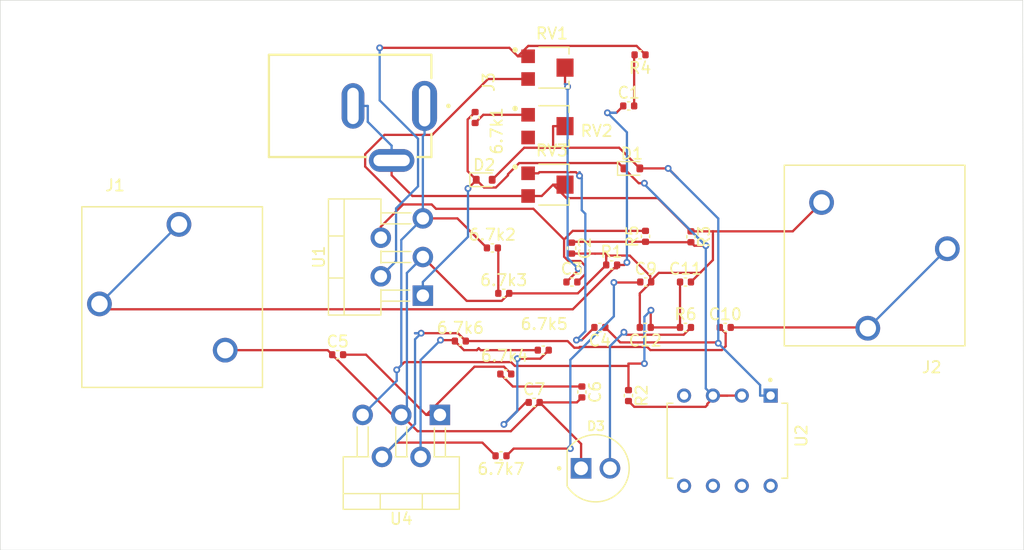
<source format=kicad_pcb>
(kicad_pcb (version 20241229) (generator "pcbnew") (generator_version "9.0")
  (layers (0 "F.Cu" signal) (2 "B.Cu" signal) (13 "F.Paste" user) (15 "B.Paste" user) (5 "F.SilkS" user "F.Silkscreen") (7 "B.SilkS" user "B.Silkscreen") (1 "F.Mask" user) (3 "B.Mask" user) (25 "Edge.Cuts" user))
  (net 0 "")
  (net 1 "Net-(6.7k1-Pad2)")
  (net 2 "Net-(D1-K)")
  (net 3 "VDD")
  (net 4 "Net-(6.7k2-Pad2)")
  (net 5 "GND")
  (net 6 "Net-(6.7k4-Pad1)")
  (net 7 "Net-(U4-+)")
  (net 8 "Net-(6.7k5-Pad2)")
  (net 9 "Net-(U4--)")
  (net 10 "Net-(6.7k6-Pad2)")
  (net 11 "Net-(6.7k7-Pad1)")
  (net 12 "Net-(C1-Pad1)")
  (net 13 "Net-(C1-Pad2)")
  (net 14 "Net-(C3-Pad1)")
  (net 15 "Net-(C3-Pad2)")
  (net 16 "Net-(C4-Pad2)")
  (net 17 "Net-(D1-A)")
  (net 18 "Net-(C10-Pad2)")
  (net 19 "Net-(D3-A)")
  (net 20 "Net-(U1--)")
  (footprint "Capacitor_SMD:C_0402_1005Metric" (layer "F.Cu") (at 194.52 91)
    (property "Reference" "C10" (at 0 -1.16 0) (layer "F.SilkS"))
    (property "Value" "1uF")
    (pad "1" smd roundrect (at -0.48 0) (size 0.56 0.62) (layers "F.Cu" "F.Mask" "F.Paste") (net 10 "Net-(6.7k6-Pad2)"))
    (pad "2" smd roundrect (at 0.48 0) (size 0.56 0.62) (layers "F.Cu" "F.Mask" "F.Paste") (net 18 "Net-(C10-Pad2)"))
  )
  (footprint "Capacitor_SMD:C_0402_1005Metric" (layer "F.Cu") (at 174.78 102.3 180)
    (property "Reference" "6.7k7" (at 0 -1.16 0) (layer "F.SilkS"))
    (property "Value" "R")
    (pad "1" smd roundrect (at -0.48 0 180) (size 0.56 0.62) (layers "F.Cu" "F.Mask" "F.Paste") (net 11 "Net-(6.7k7-Pad1)"))
    (pad "2" smd roundrect (at 0.48 0 180) (size 0.56 0.62) (layers "F.Cu" "F.Mask" "F.Paste") (net 10 "Net-(6.7k6-Pad2)"))
  )
  (footprint "Capacitor_SMD:C_0402_1005Metric" (layer "F.Cu") (at 160.4 93.4)
    (property "Reference" "C5" (at 0 -1.16 0) (layer "F.SilkS"))
    (property "Value" "C_Polarized_US")
    (pad "1" smd roundrect (at -0.48 0) (size 0.56 0.62) (layers "F.Cu" "F.Mask" "F.Paste") (net 5 "GND"))
    (pad "2" smd roundrect (at 0.48 0) (size 0.56 0.62) (layers "F.Cu" "F.Mask" "F.Paste") (net 7 "Net-(U4-+)"))
  )
  (footprint "Capacitor_SMD:C_0402_1005Metric" (layer "F.Cu") (at 191.02 91)
    (property "Reference" "R6" (at 0 -1.16 0) (layer "F.SilkS"))
    (property "Value" "R")
    (pad "1" smd roundrect (at -0.48 0) (size 0.56 0.62) (layers "F.Cu" "F.Mask" "F.Paste") (net 3 "VDD"))
    (pad "2" smd roundrect (at 0.48 0) (size 0.56 0.62) (layers "F.Cu" "F.Mask" "F.Paste") (net 19 "Net-(D3-A)"))
  )
  (footprint "Capacitor_SMD:C_0402_1005Metric" (layer "F.Cu") (at 177.7 97.6)
    (property "Reference" "C7" (at 0 -1.16 0) (layer "F.SilkS"))
    (property "Value" "1uF")
    (pad "1" smd roundrect (at -0.48 0) (size 0.56 0.62) (layers "F.Cu" "F.Mask" "F.Paste") (net 8 "Net-(6.7k5-Pad2)"))
    (pad "2" smd roundrect (at 0.48 0) (size 0.56 0.62) (layers "F.Cu" "F.Mask" "F.Paste") (net 5 "GND"))
  )
  (footprint "Capacitor_SMD:C_0402_1005Metric" (layer "F.Cu") (at 174.02 84)
    (property "Reference" "6.7k2" (at 0 -1.16 0) (layer "F.SilkS"))
    (property "Value" "R")
    (pad "1" smd roundrect (at -0.48 0) (size 0.56 0.62) (layers "F.Cu" "F.Mask" "F.Paste") (net 3 "VDD"))
    (pad "2" smd roundrect (at 0.48 0) (size 0.56 0.62) (layers "F.Cu" "F.Mask" "F.Paste") (net 4 "Net-(6.7k2-Pad2)"))
  )
  (footprint "TL072:DIP794W45P254L1060H508Q8" (layer "F.Cu") (at 194.705 100.97 -90)
    (property "Reference" "U2" (at -0.42932 -6.51912 90) (layer "F.SilkS") (effects (font (size 1.004583 1.004583))))
    (property "Value" "TL072")
    (pad "1" thru_hole rect (at -3.97 -3.81 270) (size 1.248 1.248) (drill 0.74) (layers "*.Cu" "*.Mask") (net 17 "Net-(D1-A)"))
    (pad "2" thru_hole circle (at -3.97 -1.27 270) (size 1.248 1.248) (drill 0.74) (layers "*.Cu" "*.Mask") (net 2 "Net-(D1-K)"))
    (pad "3" thru_hole circle (at -3.97 1.27 270) (size 1.248 1.248) (drill 0.74) (layers "*.Cu" "*.Mask") (net 2 "Net-(D1-K)"))
    (pad "4" thru_hole circle (at -3.97 3.81 270) (size 1.248 1.248) (drill 0.74) (layers "*.Cu" "*.Mask"))
    (pad "5" thru_hole circle (at 3.97 3.81 270) (size 1.248 1.248) (drill 0.74) (layers "*.Cu" "*.Mask"))
    (pad "6" thru_hole circle (at 3.97 1.27 270) (size 1.248 1.248) (drill 0.74) (layers "*.Cu" "*.Mask"))
    (pad "7" thru_hole circle (at 3.97 -1.27 270) (size 1.248 1.248) (drill 0.74) (layers "*.Cu" "*.Mask"))
    (pad "8" thru_hole circle (at 3.97 -3.81 270) (size 1.248 1.248) (drill 0.74) (layers "*.Cu" "*.Mask"))
  )
  (footprint "Capacitor_SMD:C_0402_1005Metric" (layer "F.Cu") (at 191.02 87)
    (property "Reference" "C11" (at 0 -1.16 0) (layer "F.SilkS"))
    (property "Value" "1uF")
    (pad "1" smd roundrect (at -0.48 0) (size 0.56 0.62) (layers "F.Cu" "F.Mask" "F.Paste") (net 3 "VDD"))
    (pad "2" smd roundrect (at 0.48 0) (size 0.56 0.62) (layers "F.Cu" "F.Mask" "F.Paste") (net 5 "GND"))
  )
  (footprint "Capacitor_SMD:C_0402_1005Metric" (layer "F.Cu") (at 191.5 83.02 -90)
    (property "Reference" "R3" (at 0 -1.16 90) (layer "F.SilkS"))
    (property "Value" "1M")
    (pad "1" smd roundrect (at -0.48 0 270) (size 0.56 0.62) (layers "F.Cu" "F.Mask" "F.Paste") (net 5 "GND"))
    (pad "2" smd roundrect (at 0.48 0 270) (size 0.56 0.62) (layers "F.Cu" "F.Mask" "F.Paste") (net 2 "Net-(D1-K)"))
  )
  (footprint "Capacitor_SMD:C_0402_1005Metric" (layer "F.Cu") (at 187.52 87)
    (property "Reference" "C9" (at 0 -1.16 0) (layer "F.SilkS"))
    (property "Value" "C_Small_US")
    (pad "1" smd roundrect (at -0.48 0) (size 0.56 0.62) (layers "F.Cu" "F.Mask" "F.Paste") (net 11 "Net-(6.7k7-Pad1)"))
    (pad "2" smd roundrect (at 0.48 0) (size 0.56 0.62) (layers "F.Cu" "F.Mask" "F.Paste") (net 5 "GND"))
  )
  (footprint "Capacitor_SMD:C_0402_1005Metric" (layer "F.Cu") (at 187.02 67 180)
    (property "Reference" "R4" (at 0 -1.16 0) (layer "F.SilkS"))
    (property "Value" "5.6k")
    (pad "1" smd roundrect (at -0.48 0 180) (size 0.56 0.62) (layers "F.Cu" "F.Mask" "F.Paste") (net 20 "Net-(U1--)"))
    (pad "2" smd roundrect (at 0.48 0 180) (size 0.56 0.62) (layers "F.Cu" "F.Mask" "F.Paste") (net 13 "Net-(C1-Pad2)"))
  )
  (footprint "DCJ200-10-A-XX-K_REVA:GCT_DCJ200-10-A-XX-K_REVA" (layer "F.Cu") (at 161.5 71.5 -90)
    (property "Reference" "J3" (at -2.1 -12.2 90) (layer "F.SilkS"))
    (property "Value" "Barrel_Jack_Switch")
    (pad "1" thru_hole oval (at 0 -6.55 270) (size 4.4 2.2) (drill oval 3.6 1) (layers "*.Cu" "*.Mask") (net 3 "VDD"))
    (pad "2" thru_hole oval (at 0 -0.25 270) (size 4 2) (drill oval 3.2 1) (layers "*.Cu" "*.Mask") (net 5 "GND"))
    (pad "3" thru_hole oval (at 4.8 -3.65 270) (size 2 4) (drill oval 1 3.2) (layers "*.Cu" "*.Mask") (net 5 "GND"))
  )
  (footprint "Capacitor_SMD:C_0402_1005Metric" (layer "F.Cu") (at 175.2 95.1)
    (property "Reference" "6.7k4" (at -0.12 -1.6 0) (layer "F.SilkS"))
    (property "Value" "R")
    (pad "1" smd roundrect (at -0.48 0) (size 0.56 0.62) (layers "F.Cu" "F.Mask" "F.Paste") (net 6 "Net-(6.7k4-Pad1)"))
    (pad "2" smd roundrect (at 0.48 0) (size 0.56 0.62) (layers "F.Cu" "F.Mask" "F.Paste") (net 7 "Net-(U4-+)"))
  )
  (footprint "Capacitor_SMD:C_0402_1005Metric" (layer "F.Cu") (at 181 84.02 -90)
    (property "Reference" "C2" (at 0 -1.16 90) (layer "F.SilkS"))
    (property "Value" "1uF")
    (pad "1" smd roundrect (at -0.48 0 270) (size 0.56 0.62) (layers "F.Cu" "F.Mask" "F.Paste") (net 2 "Net-(D1-K)"))
    (pad "2" smd roundrect (at 0.48 0 270) (size 0.56 0.62) (layers "F.Cu" "F.Mask" "F.Paste") (net 5 "GND"))
  )
  (footprint "Capacitor_SMD:C_0402_1005Metric" (layer "F.Cu") (at 186.02 71.5)
    (property "Reference" "C1" (at 0 -1.16 0) (layer "F.SilkS"))
    (property "Value" "47n")
    (pad "1" smd roundrect (at -0.48 0) (size 0.56 0.62) (layers "F.Cu" "F.Mask" "F.Paste") (net 12 "Net-(C1-Pad1)"))
    (pad "2" smd roundrect (at 0.48 0) (size 0.56 0.62) (layers "F.Cu" "F.Mask" "F.Paste") (net 13 "Net-(C1-Pad2)"))
  )
  (footprint "Capacitor_SMD:C_0402_1005Metric" (layer "F.Cu") (at 186 97 -90)
    (property "Reference" "R2" (at 0 -1.16 90) (layer "F.SilkS"))
    (property "Value" "1M")
    (pad "1" smd roundrect (at -0.48 0 270) (size 0.56 0.62) (layers "F.Cu" "F.Mask" "F.Paste") (net 3 "VDD"))
    (pad "2" smd roundrect (at 0.48 0 270) (size 0.56 0.62) (layers "F.Cu" "F.Mask" "F.Paste") (net 2 "Net-(D1-K)"))
  )
  (footprint "Capacitor_SMD:C_0402_1005Metric" (layer "F.Cu") (at 175.02 88)
    (property "Reference" "6.7k3" (at 0 -1.16 0) (layer "F.SilkS"))
    (property "Value" "R")
    (pad "1" smd roundrect (at -0.48 0) (size 0.56 0.62) (layers "F.Cu" "F.Mask" "F.Paste") (net 4 "Net-(6.7k2-Pad2)"))
    (pad "2" smd roundrect (at 0.48 0) (size 0.56 0.62) (layers "F.Cu" "F.Mask" "F.Paste") (net 5 "GND"))
  )
  (footprint "TC33X-2-103E:TRIM_TC33X-2-103E" (layer "F.Cu") (at 178.9657 78.43)
    (property "Reference" "RV3" (at 0.294315 -3.008465 0) (layer "F.SilkS") (effects (font (size 1.000165 1.000165))))
    (property "Value" "R_Potentiometer")
    (pad "1" smd rect (at -1.8 -1) (size 1.2 1.2) (layers "F.Cu" "F.Mask" "F.Paste") (net 16 "Net-(C4-Pad2)"))
    (pad "2" smd rect (at 1.45 0) (size 1.5 1.6) (layers "F.Cu" "F.Mask" "F.Paste") (net 5 "GND"))
    (pad "3" smd rect (at -1.8 1) (size 1.2 1.2) (layers "F.Cu" "F.Mask" "F.Paste") (net 5 "GND"))
  )
  (footprint "Capacitor_SMD:C_0402_1005Metric" (layer "F.Cu") (at 184.52 85.5)
    (property "Reference" "R1" (at 0 -1.16 0) (layer "F.SilkS"))
    (property "Value" "1M")
    (pad "1" smd roundrect (at -0.48 0) (size 0.56 0.62) (layers "F.Cu" "F.Mask" "F.Paste") (net 5 "GND"))
    (pad "2" smd roundrect (at 0.48 0) (size 0.56 0.62) (layers "F.Cu" "F.Mask" "F.Paste") (net 12 "Net-(C1-Pad1)"))
  )
  (footprint "Package_TO_SOT_THT:TO-220-5_P3.4x3.7mm_StaggerOdd_Lead3.8mm_Vertical" (layer "F.Cu") (at 169.4 98.7 180)
    (property "Reference" "U4" (at 3.4 -9.15 0) (layer "F.SilkS"))
    (property "Value" "LM1875")
    (pad "1" thru_hole rect (at 0 0 180) (size 1.8 1.8) (drill 1.1) (layers "*.Cu" "*.Mask") (net 7 "Net-(U4-+)"))
    (pad "2" thru_hole circle (at 1.7 -3.7 180) (size 1.8 1.8) (drill 1.1) (layers "*.Cu" "*.Mask") (net 9 "Net-(U4--)"))
    (pad "3" thru_hole circle (at 3.4 0 180) (size 1.8 1.8) (drill 1.1) (layers "*.Cu" "*.Mask") (net 5 "GND"))
    (pad "4" thru_hole circle (at 5.1 -3.7 180) (size 1.8 1.8) (drill 1.1) (layers "*.Cu" "*.Mask") (net 10 "Net-(6.7k6-Pad2)"))
    (pad "5" thru_hole circle (at 6.8 0 180) (size 1.8 1.8) (drill 1.1) (layers "*.Cu" "*.Mask") (net 3 "VDD"))
  )
  (footprint "Capacitor_SMD:C_0402_1005Metric" (layer "F.Cu") (at 181.02 87)
    (property "Reference" "C3" (at 0 -1.16 0) (layer "F.SilkS"))
    (property "Value" "47nF")
    (pad "1" smd roundrect (at -0.48 0) (size 0.56 0.62) (layers "F.Cu" "F.Mask" "F.Paste") (net 14 "Net-(C3-Pad1)"))
    (pad "2" smd roundrect (at 0.48 0) (size 0.56 0.62) (layers "F.Cu" "F.Mask" "F.Paste") (net 15 "Net-(C3-Pad2)"))
  )
  (footprint "Capacitor_SMD:C_0402_1005Metric" (layer "F.Cu") (at 187.48 91 180)
    (property "Reference" "C12" (at 0 -1.16 0) (layer "F.SilkS"))
    (property "Value" "1uF")
    (pad "1" smd roundrect (at -0.48 0 180) (size 0.56 0.62) (layers "F.Cu" "F.Mask" "F.Paste") (net 3 "VDD"))
    (pad "2" smd roundrect (at 0.48 0 180) (size 0.56 0.62) (layers "F.Cu" "F.Mask" "F.Paste") (net 5 "GND"))
  )
  (footprint "L08R5000Q1:LEDRD254W57D500H1070" (layer "F.Cu") (at 183.1 103.4)
    (property "Reference" "D3" (at 0.04 -3.708 0) (layer "F.SilkS") (effects (font (size 0.8 0.8))))
    (property "Value" "LED")
    (pad "1" thru_hole rect (at -1.27 0) (size 1.815 1.815) (drill 1.21) (layers "*.Cu" "*.Mask") (net 5 "GND"))
    (pad "2" thru_hole circle (at 1.27 0) (size 1.815 1.815) (drill 1.21) (layers "*.Cu" "*.Mask") (net 19 "Net-(D3-A)"))
  )
  (footprint "Capacitor_SMD:C_0402_1005Metric" (layer "F.Cu") (at 171.2 92.2)
    (property "Reference" "6.7k6" (at 0 -1.16 0) (layer "F.SilkS"))
    (property "Value" "R")
    (pad "1" smd roundrect (at -0.48 0) (size 0.56 0.62) (layers "F.Cu" "F.Mask" "F.Paste") (net 9 "Net-(U4--)"))
    (pad "2" smd roundrect (at 0.48 0) (size 0.56 0.62) (layers "F.Cu" "F.Mask" "F.Paste") (net 10 "Net-(6.7k6-Pad2)"))
  )
  (footprint "Package_TO_SOT_THT:TO-220-5_P3.4x3.7mm_StaggerOdd_Lead3.8mm_Vertical" (layer "F.Cu") (at 167.9 88.2 90)
    (property "Reference" "U1" (at 3.4 -9.15 90) (layer "F.SilkS"))
    (property "Value" "TDA2030")
    (pad "1" thru_hole rect (at 0 0 90) (size 1.8 1.8) (drill 1.1) (layers "*.Cu" "*.Mask") (net 2 "Net-(D1-K)"))
    (pad "2" thru_hole circle (at 1.7 -3.7 90) (size 1.8 1.8) (drill 1.1) (layers "*.Cu" "*.Mask") (net 20 "Net-(U1--)"))
    (pad "3" thru_hole circle (at 3.4 0 90) (size 1.8 1.8) (drill 1.1) (layers "*.Cu" "*.Mask") (net 5 "GND"))
    (pad "4" thru_hole circle (at 5.1 -3.7 90) (size 1.8 1.8) (drill 1.1) (layers "*.Cu" "*.Mask") (net 15 "Net-(C3-Pad2)"))
    (pad "5" thru_hole circle (at 6.8 0 90) (size 1.8 1.8) (drill 1.1) (layers "*.Cu" "*.Mask") (net 3 "VDD"))
  )
  (footprint "Capacitor_SMD:C_0402_1005Metric" (layer "F.Cu") (at 183.48 91 180)
    (property "Reference" "C4" (at 0 -1.16 0) (layer "F.SilkS"))
    (property "Value" "1uF")
    (pad "1" smd roundrect (at -0.48 0 180) (size 0.56 0.62) (layers "F.Cu" "F.Mask" "F.Paste") (net 17 "Net-(D1-A)"))
    (pad "2" smd roundrect (at 0.48 0 180) (size 0.56 0.62) (layers "F.Cu" "F.Mask" "F.Paste") (net 16 "Net-(C4-Pad2)"))
  )
  (footprint "RJ3VM:REAN_RJ3VM" (layer "F.Cu") (at 145.83 88.33)
    (property "Reference" "J1" (at -5.025 -9.835 0) (layer "F.SilkS"))
    (property "Value" "AudioJack3")
    (pad "R" thru_hole circle (at 0.6 -6.4) (size 2.175 2.175) (drill 1.45) (layers "*.Cu" "*.Mask") (net 12 "Net-(C1-Pad1)"))
    (pad "S" thru_hole circle (at 4.67 4.67) (size 2.175 2.175) (drill 1.45) (layers "*.Cu" "*.Mask") (net 5 "GND"))
    (pad "T" thru_hole circle (at -6.4 0.6) (size 2.175 2.175) (drill 1.45) (layers "*.Cu" "*.Mask") (net 12 "Net-(C1-Pad1)"))
  )
  (footprint "Diode_SMD:D_SOD-523" (layer "F.Cu") (at 173.3 78)
    (property "Reference" "D2" (at 0 -1.3 0) (layer "F.SilkS"))
    (property "Value" "1N4148WT")
    (pad "1" smd roundrect (at -0.7 0 180) (size 0.6 0.7) (layers "F.Cu" "F.Mask" "F.Paste") (net 2 "Net-(D1-K)"))
    (pad "2" smd roundrect (at 0.7 0 180) (size 0.6 0.7) (layers "F.Cu" "F.Mask" "F.Paste") (net 17 "Net-(D1-A)"))
  )
  (footprint "Capacitor_SMD:C_0402_1005Metric" (layer "F.Cu") (at 178.5 93)
    (property "Reference" "6.7k5" (at 0.08 -2.3 0) (layer "F.SilkS"))
    (property "Value" "R")
    (pad "1" smd roundrect (at -0.48 0) (size 0.56 0.62) (layers "F.Cu" "F.Mask" "F.Paste") (net 9 "Net-(U4--)"))
    (pad "2" smd roundrect (at 0.48 0) (size 0.56 0.62) (layers "F.Cu" "F.Mask" "F.Paste") (net 8 "Net-(6.7k5-Pad2)"))
  )
  (footprint "Capacitor_SMD:C_0402_1005Metric" (layer "F.Cu") (at 181.9 96.68 -90)
    (property "Reference" "C6" (at 0 -1.16 90) (layer "F.SilkS"))
    (property "Value" "1uF")
    (pad "1" smd roundrect (at -0.48 0 270) (size 0.56 0.62) (layers "F.Cu" "F.Mask" "F.Paste") (net 6 "Net-(6.7k4-Pad1)"))
    (pad "2" smd roundrect (at 0.48 0 270) (size 0.56 0.62) (layers "F.Cu" "F.Mask" "F.Paste") (net 5 "GND"))
  )
  (footprint "Capacitor_SMD:C_0402_1005Metric" (layer "F.Cu") (at 172.5 72.52 -90)
    (property "Reference" "6.7k1" (at 1.18 -1.9 90) (layer "F.SilkS"))
    (property "Value" "R")
    (pad "1" smd roundrect (at -0.48 0 270) (size 0.56 0.62) (layers "F.Cu" "F.Mask" "F.Paste") (net 2 "Net-(D1-K)"))
    (pad "2" smd roundrect (at 0.48 0 270) (size 0.56 0.62) (layers "F.Cu" "F.Mask" "F.Paste") (net 1 "Net-(6.7k1-Pad2)"))
  )
  (footprint "Diode_SMD:D_SOD-523" (layer "F.Cu") (at 186.3 77)
    (property "Reference" "D1" (at 0 -1.3 0) (layer "F.SilkS"))
    (property "Value" "1N4148WT")
    (pad "1" smd roundrect (at -0.7 0 180) (size 0.6 0.7) (layers "F.Cu" "F.Mask" "F.Paste") (net 2 "Net-(D1-K)"))
    (pad "2" smd roundrect (at 0.7 0 180) (size 0.6 0.7) (layers "F.Cu" "F.Mask" "F.Paste") (net 17 "Net-(D1-A)"))
  )
  (footprint "TC33X-2-103E:TRIM_TC33X-2-103E" (layer "F.Cu") (at 178.9657 68.13)
    (property "Reference" "RV1" (at 0.294315 -3.008465 0) (layer "F.SilkS") (effects (font (size 1.000165 1.000165))))
    (property "Value" "50k")
    (pad "1" smd rect (at -1.8 -1) (size 1.2 1.2) (layers "F.Cu" "F.Mask" "F.Paste") (net 20 "Net-(U1--)"))
    (pad "2" smd rect (at 1.45 0) (size 1.5 1.6) (layers "F.Cu" "F.Mask" "F.Paste") (net 14 "Net-(C3-Pad1)"))
    (pad "3" smd rect (at -1.8 1) (size 1.2 1.2) (layers "F.Cu" "F.Mask" "F.Paste") (net 15 "Net-(C3-Pad2)"))
  )
  (footprint "RJ3VM:REAN_RJ3VM" (layer "F.Cu") (at 207.67 84.67 180)
    (property "Reference" "J2" (at -5.025 -9.835 0) (layer "F.SilkS"))
    (property "Value" "AudioJack3")
    (pad "R" thru_hole circle (at 0.6 -6.4 180) (size 2.175 2.175) (drill 1.45) (layers "*.Cu" "*.Mask") (net 18 "Net-(C10-Pad2)"))
    (pad "S" thru_hole circle (at 4.67 4.67 180) (size 2.175 2.175) (drill 1.45) (layers "*.Cu" "*.Mask") (net 5 "GND"))
    (pad "T" thru_hole circle (at -6.4 0.6 180) (size 2.175 2.175) (drill 1.45) (layers "*.Cu" "*.Mask") (net 18 "Net-(C10-Pad2)"))
  )
  (footprint "Capacitor_SMD:C_0402_1005Metric" (layer "F.Cu") (at 187.5 82.98 90)
    (property "Reference" "R5" (at 0 -1.16 90) (layer "F.SilkS"))
    (property "Value" "1k")
    (pad "1" smd roundrect (at -0.48 0 90) (size 0.56 0.62) (layers "F.Cu" "F.Mask" "F.Paste") (net 2 "Net-(D1-K)"))
    (pad "2" smd roundrect (at 0.48 0 90) (size 0.56 0.62) (layers "F.Cu" "F.Mask" "F.Paste") (net 15 "Net-(C3-Pad2)"))
  )
  (footprint "TC33X-2-103E:TRIM_TC33X-2-103E" (layer "F.Cu") (at 178.9657 73.28)
    (property "Reference" "RV2" (at 4.2343 0.42 0) (layer "F.SilkS") (effects (font (size 1.000165 1.000165))))
    (property "Value" "10k")
    (pad "1" smd rect (at -1.8 -1) (size 1.2 1.2) (layers "F.Cu" "F.Mask" "F.Paste") (net 1 "Net-(6.7k1-Pad2)"))
    (pad "2" smd rect (at 1.45 0) (size 1.5 1.6) (layers "F.Cu" "F.Mask" "F.Paste") (net 17 "Net-(D1-A)"))
    (pad "3" smd rect (at -1.8 1) (size 1.2 1.2) (layers "F.Cu" "F.Mask" "F.Paste"))
  )
  (gr_line (start 220.7 62.2) (end 130.7 62.2) (stroke (width 0.05)) (layer "Edge.Cuts"))
  (gr_line (start 130.7 62.2) (end 130.7 110.6) (stroke (width 0.05)) (layer "Edge.Cuts"))
  (gr_line (start 130.7 110.6) (end 220.8 110.6) (stroke (width 0.05)) (layer "Edge.Cuts"))
  (gr_line (start 220.8 110.6) (end 220.7 62.2) (stroke (width 0.05)) (layer "Edge.Cuts"))
  (segment (start 172.5 73) (end 173.22 72.28) (width 0.2) (layer "F.Cu") (net 1))
  (segment (start 173.22 72.28) (end 177.1657 72.28) (width 0.2) (layer "F.Cu") (net 1))
  (segment (start 176.3738 76.5283) (end 175.3947 77.5074) (width 0.2) (layer "F.Cu") (net 2))
  (segment (start 185.1283 76.5283) (end 176.3738 76.5283) (width 0.2) (layer "F.Cu") (net 2))
  (segment (start 191.5 83.5) (end 187.54 83.5) (width 0.2) (layer "F.Cu") (net 2))
  (segment (start 181.08 83.46) (end 181 83.54) (width 0.2) (layer "F.Cu") (net 2))
  (segment (start 186.9013 78.3013) (end 185.6 77) (width 0.2) (layer "F.Cu") (net 2))
  (segment (start 193.668 97) (end 192.944 97.724) (width 0.2) (layer "F.Cu") (net 2))
  (segment (start 172.5 72.04) (end 171.8431 72.6969) (width 0.2) (layer "F.Cu") (net 2))
  (segment (start 192.8084 83.8049) (end 191.8049 83.8049) (width 0.2) (layer "F.Cu") (net 2))
  (segment (start 171.8431 72.6969) (end 171.8431 77.2431) (width 0.2) (layer "F.Cu") (net 2))
  (segment (start 195.975 97) (end 194.705 97) (width 0.2) (layer "F.Cu") (net 2))
  (segment (start 172.6211 78.021) (end 172.6 78) (width 0.2) (layer "F.Cu") (net 2))
  (segment (start 173.2821 78.6821) (end 172.6211 78.021) (width 0.2) (layer "F.Cu") (net 2))
  (segment (start 192.7795 97.9886) (end 186.5086 97.9886) (width 0.2) (layer "F.Cu") (net 2))
  (segment (start 194.705 97) (end 193.668 97) (width 0.2) (layer "F.Cu") (net 2))
  (segment (start 171.8738 78.7683) (end 172.6211 78.021) (width 0.2) (layer "F.Cu") (net 2))
  (segment (start 194.705 97) (end 193.435 97) (width 0.2) (layer "F.Cu") (net 2))
  (segment (start 186.5086 97.9886) (end 186 97.48) (width 0.2) (layer "F.Cu") (net 2))
  (segment (start 187.5 83.46) (end 181.08 83.46) (width 0.2) (layer "F.Cu") (net 2))
  (segment (start 185.6 77) (end 185.1283 76.5283) (width 0.2) (layer "F.Cu") (net 2))
  (segment (start 187.54 83.5) (end 187.5 83.46) (width 0.2) (layer "F.Cu") (net 2))
  (segment (start 192.944 97.8241) (end 192.7795 97.9886) (width 0.2) (layer "F.Cu") (net 2))
  (segment (start 192.944 97.724) (end 192.944 97.8241) (width 0.2) (layer "F.Cu") (net 2))
  (segment (start 171.8431 77.2431) (end 172.6 78) (width 0.2) (layer "F.Cu") (net 2))
  (segment (start 191.8049 83.8049) (end 191.5 83.5) (width 0.2) (layer "F.Cu") (net 2))
  (segment (start 174.3239 78.6821) (end 173.2821 78.6821) (width 0.2) (layer "F.Cu") (net 2))
  (segment (start 187.4035 78.3013) (end 186.9013 78.3013) (width 0.2) (layer "F.Cu") (net 2))
  (segment (start 175.3947 77.6113) (end 174.3239 78.6821) (width 0.2) (layer "F.Cu") (net 2))
  (segment (start 175.3947 77.5074) (end 175.3947 77.6113) (width 0.2) (layer "F.Cu") (net 2))
  (via (at 187.4035 78.3013) (size 0.6) (drill 0.3) (layers "F.Cu" "B.Cu") (net 2))
  (via (at 171.8738 78.7683) (size 0.6) (drill 0.3) (layers "F.Cu" "B.Cu") (net 2))
  (via (at 192.8084 83.8049) (size 0.6) (drill 0.3) (layers "F.Cu" "B.Cu") (net 2))
  (segment (start 193.435 97) (end 192.8084 96.3734) (width 0.2) (layer "B.Cu") (net 2))
  (segment (start 187.4035 78.4) (end 187.4035 78.3013) (width 0.2) (layer "B.Cu") (net 2))
  (segment (start 171.8738 83.0245) (end 171.8738 78.7683) (width 0.2) (layer "B.Cu") (net 2))
  (segment (start 192.8084 96.3734) (end 192.8084 83.8049) (width 0.2) (layer "B.Cu") (net 2))
  (segment (start 192.8084 83.8049) (end 187.4035 78.4) (width 0.2) (layer "B.Cu") (net 2))
  (segment (start 167.9 86.9983) (end 171.8738 83.0245) (width 0.2) (layer "B.Cu") (net 2))
  (segment (start 167.9 88.2) (end 167.9 86.9983) (width 0.2) (layer "B.Cu") (net 2))
  (segment (start 186 94.3879) (end 186 94.1819) (width 0.2) (layer "F.Cu") (net 3))
  (segment (start 190.54 91) (end 187.96 91) (width 0.2) (layer "F.Cu") (net 3))
  (segment (start 186 96.52) (end 186 94.4566) (width 0.2) (layer "F.Cu") (net 3))
  (segment (start 186 94.4566) (end 186 94.3879) (width 0.2) (layer "F.Cu") (net 3))
  (segment (start 187.98 89.4875) (end 187.96 89.5075) (width 0.2) (layer "F.Cu") (net 3))
  (segment (start 190.54 87) (end 190.54 91) (width 0.2) (layer "F.Cu") (net 3))
  (segment (start 165.5998 94.7314) (end 166.2763 94.0549) (width 0.2) (layer "F.Cu") (net 3))
  (segment (start 187.96 89.5075) (end 187.96 91) (width 0.2) (layer "F.Cu") (net 3))
  (segment (start 175.6673 94.0549) (end 176.0003 94.3879) (width 0.2) (layer "F.Cu") (net 3))
  (segment (start 167.9 81.4) (end 170.94 81.4) (width 0.2) (layer "F.Cu") (net 3))
  (segment (start 176.0003 94.3879) (end 186 94.3879) (width 0.2) (layer "F.Cu") (net 3))
  (segment (start 166.2763 94.0549) (end 175.6673 94.0549) (width 0.2) (layer "F.Cu") (net 3))
  (segment (start 186 94.1819) (end 187.4035 94.1819) (width 0.2) (layer "F.Cu") (net 3))
  (segment (start 170.94 81.4) (end 173.54 84) (width 0.2) (layer "F.Cu") (net 3))
  (via (at 165.5998 94.7314) (size 0.6) (drill 0.3) (layers "F.Cu" "B.Cu") (net 3))
  (via (at 187.4035 94.1819) (size 0.6) (drill 0.3) (layers "F.Cu" "B.Cu") (net 3))
  (via (at 187.98 89.4875) (size 0.6) (drill 0.3) (layers "F.Cu" "B.Cu") (net 3))
  (segment (start 187.4035 94.1819) (end 187.4035 90.064) (width 0.2) (layer "B.Cu") (net 3))
  (segment (start 165.5998 94.7314) (end 166.0014 94.3298) (width 0.2) (layer "B.Cu") (net 3))
  (segment (start 165.5998 95.7002) (end 165.5998 94.7314) (width 0.2) (layer "B.Cu") (net 3))
  (segment (start 168.05 71.5) (end 168.05 74.0017) (width 0.2) (layer "B.Cu") (net 3))
  (segment (start 167.9 81.4) (end 167.9 74.1517) (width 0.2) (layer "B.Cu") (net 3))
  (segment (start 167.9 74.1517) (end 168.05 74.0017) (width 0.2) (layer "B.Cu") (net 3))
  (segment (start 187.4035 90.064) (end 187.98 89.4875) (width 0.2) (layer "B.Cu") (net 3))
  (segment (start 166.0014 83.2986) (end 167.9 81.4) (width 0.2) (layer "B.Cu") (net 3))
  (segment (start 166.0014 94.3298) (end 166.0014 83.2986) (width 0.2) (layer "B.Cu") (net 3))
  (segment (start 162.6 98.7) (end 165.5998 95.7002) (width 0.2) (layer "B.Cu") (net 3))
  (segment (start 174.54 88) (end 174.54 84.04) (width 0.2) (layer "F.Cu") (net 4))
  (segment (start 174.54 84.04) (end 174.5 84) (width 0.2) (layer "F.Cu") (net 4))
  (segment (start 192.3043 86.1957) (end 188.6646 86.1957) (width 0.2) (layer "F.Cu") (net 5))
  (segment (start 188.5747 79.6147) (end 191.5 82.54) (width 0.2) (layer "F.Cu") (net 5))
  (segment (start 188.6646 86.1957) (end 187.9226 86.9377) (width 0.2) (layer "F.Cu") (net 5))
  (segment (start 167.9 84.8) (end 171.7631 88.6631) (width 0.2) (layer "F.Cu") (net 5))
  (segment (start 184.04 84.8337) (end 184.04 84.875) (width 0.2) (layer "F.Cu") (net 5))
  (segment (start 179.364 78.43) (end 178.364 79.43) (width 0.2) (layer "F.Cu") (net 5))
  (segment (start 187.9226 87.0361) (end 187.9226 87) (width 0.2) (layer "F.Cu") (net 5))
  (segment (start 186.1133 84.6726) (end 184.04 84.6726) (width 0.2) (layer "F.Cu") (net 5))
  (segment (start 187.9226 86.9377) (end 187.9226 86.4819) (width 0.2) (layer "F.Cu") (net 5))
  (segment (start 184.04 84.5) (end 184.04 84.6726) (width 0.2) (layer "F.Cu") (net 5))
  (segment (start 200.46 82.54) (end 203 80) (width 0.2) (layer "F.Cu") (net 5))
  (segment (start 175.6453 100.1347) (end 178.18 97.6) (width 0.2) (layer "F.Cu") (net 5))
  (segment (start 184.04 84.875) (end 184.04 85.5) (width 0.2) (layer "F.Cu") (net 5))
  (segment (start 181.83 103.4) (end 181.83 101.25) (width 0.2) (layer "F.Cu") (net 5))
  (segment (start 187 88.1461) (end 187 88) (width 0.2) (layer "F.Cu") (net 5))
  (segment (start 193.4347 82.54) (end 200.46 82.54) (width 0.2) (layer "F.Cu") (net 5))
  (segment (start 180.4157 78.43) (end 179.364 78.43) (width 0.2) (layer "F.Cu") (net 5))
  (segment (start 171.7631 88.6631) (end 174.8369 88.6631) (width 0.2) (layer "F.Cu") (net 5))
  (segment (start 178.364 79.43) (end 177.1657 79.43) (width 0.2) (layer "F.Cu") (net 5))
  (segment (start 193.4347 82.54) (end 193.4347 85.0653) (width 0.2) (layer "F.Cu") (net 5))
  (segment (start 187 88) (end 187.9226 87.0774) (width 0.2) (layer "F.Cu") (net 5))
  (segment (start 187.9226 86.4819) (end 186.1133 84.6726) (width 0.2) (layer "F.Cu") (net 5))
  (segment (start 166.9783 79.43) (end 165.15 77.6017) (width 0.2) (layer "F.Cu") (net 5))
  (segment (start 181.83 101.25) (end 178.18 97.6) (width 0.2) (layer "F.Cu") (net 5))
  (segment (start 159.52 93) (end 159.92 93.4) (width 0.2) (layer "F.Cu") (net 5))
  (segment (start 174.8369 88.6631) (end 175.5 88) (width 0.2) (layer "F.Cu") (net 5))
  (segment (start 187 88.1874) (end 187 88.1461) (width 0.2) (layer "F.Cu") (net 5))
  (segment (start 184.04 84.5) (end 183.0813 84.5) (width 0.2) (layer "F.Cu") (net 5))
  (segment (start 178.18 97.6) (end 181.46 97.6) (width 0.2) (layer "F.Cu") (net 5))
  (segment (start 192.3043 86.1957) (end 191.5 87) (width 0.2) (layer "F.Cu") (net 5))
  (segment (start 187 91) (end 187 88.1874) (width 0.2) (layer "F.Cu") (net 5))
  (segment (start 165.22 98.7) (end 159.92 93.4) (width 0.2) (layer "F.Cu") (net 5))
  (segment (start 183.0813 84.5) (end 183.04 84.5) (width 0.2) (layer "F.Cu") (net 5))
  (segment (start 191.5 82.54) (end 193.4347 82.54) (width 0.2) (layer "F.Cu") (net 5))
  (segment (start 165.15 76.3) (end 165.15 77.6017) (width 0.2) (layer "F.Cu") (net 5))
  (segment (start 166 98.7) (end 165.22 98.7) (width 0.2) (layer "F.Cu") (net 5))
  (segment (start 167.4347 100.1347) (end 175.6453 100.1347) (width 0.2) (layer "F.Cu") (net 5))
  (segment (start 187.9226 87.0774) (end 187.9226 87.0361) (width 0.2) (layer "F.Cu") (net 5))
  (segment (start 175.5 88) (end 181.54 88) (width 0.2) (layer "F.Cu") (net 5))
  (segment (start 166 98.7) (end 167.4347 100.1347) (width 0.2) (layer "F.Cu") (net 5))
  (segment (start 187.9226 87) (end 188 87) (width 0.2) (layer "F.Cu") (net 5))
  (segment (start 184.04 84.6726) (end 184.04 84.8337) (width 0.2) (layer "F.Cu") (net 5))
  (segment (start 181 84.5) (end 183.04 84.5) (width 0.2) (layer "F.Cu") (net 5))
  (segment (start 181.54 88) (end 184.04 85.5) (width 0.2) (layer "F.Cu") (net 5))
  (segment (start 193.4347 85.0653) (end 192.3043 86.1957) (width 0.2) (layer "F.Cu") (net 5))
  (segment (start 180.5487 79.6147) (end 188.5747 79.6147) (width 0.2) (layer "F.Cu") (net 5))
  (segment (start 150.5 93) (end 159.52 93) (width 0.2) (layer "F.Cu") (net 5))
  (segment (start 187.9226 87) (end 187.9226 86.9377) (width 0.2) (layer "F.Cu") (net 5))
  (segment (start 181.46 97.6) (end 181.9 97.16) (width 0.2) (layer "F.Cu") (net 5))
  (segment (start 177.1657 79.43) (end 166.9783 79.43) (width 0.2) (layer "F.Cu") (net 5))
  (segment (start 179.364 78.43) (end 180.5487 79.6147) (width 0.2) (layer "F.Cu") (net 5))
  (segment (start 161.75 71.5) (end 163.0517 71.5) (width 0.2) (layer "B.Cu") (net 5))
  (segment (start 165.15 76.3) (end 165.15 74.9983) (width 0.2) (layer "B.Cu") (net 5))
  (segment (start 166.4948 86.2052) (end 167.9 84.8) (width 0.2) (layer "B.Cu") (net 5))
  (segment (start 165.15 74.9983) (end 163.0517 72.9) (width 0.2) (layer "B.Cu") (net 5))
  (segment (start 166 98.7) (end 166.4948 98.2052) (width 0.2) (layer "B.Cu") (net 5))
  (segment (start 166.4948 98.2052) (end 166.4948 86.2052) (width 0.2) (layer "B.Cu") (net 5))
  (segment (start 163.0517 72.9) (end 163.0517 71.5) (width 0.2) (layer "B.Cu") (net 5))
  (segment (start 175.82 96.2) (end 174.72 95.1) (width 0.2) (layer "F.Cu") (net 6))
  (segment (start 181.9 96.2) (end 175.82 96.2) (width 0.2) (layer "F.Cu") (net 6))
  (segment (start 175.68 95.1) (end 175.0366 94.4566) (width 0.2) (layer "F.Cu") (net 7))
  (segment (start 169.4 98.7) (end 168.1983 98.7) (width 0.2) (layer "F.Cu") (net 7))
  (segment (start 168.1983 98.7) (end 162.8983 93.4) (width 0.2) (layer "F.Cu") (net 7))
  (segment (start 172.4417 94.4566) (end 168.1983 98.7) (width 0.2) (layer "F.Cu") (net 7))
  (segment (start 175.0366 94.4566) (end 172.4417 94.4566) (width 0.2) (layer "F.Cu") (net 7))
  (segment (start 162.8983 93.4) (end 160.88 93.4) (width 0.2) (layer "F.Cu") (net 7))
  (segment (start 176.2139 93.7507) (end 178.2293 93.7507) (width 0.2) (layer "F.Cu") (net 8))
  (segment (start 176.9697 97.6) (end 175.0367 99.533) (width 0.2) (layer "F.Cu") (net 8))
  (segment (start 177.22 97.6) (end 176.9697 97.6) (width 0.2) (layer "F.Cu") (net 8))
  (segment (start 178.2293 93.7507) (end 178.98 93) (width 0.2) (layer "F.Cu") (net 8))
  (segment (start 175.0367 99.533) (end 176.2139 98.3558) (width 0.2) (layer "F.Cu") (net 8))
  (segment (start 176.2139 98.3558) (end 175.0367 99.533) (width 0.2) (layer "F.Cu") (net 8))
  (via (at 175.0367 99.533) (size 0.6) (drill 0.3) (layers "F.Cu" "B.Cu") (net 8))
  (via (at 176.2139 93.7507) (size 0.6) (drill 0.3) (layers "F.Cu" "B.Cu") (net 8))
  (segment (start 175.0367 99.533) (end 176.2139 98.3558) (width 0.2) (layer "B.Cu") (net 8))
  (segment (start 175.0367 99.533) (end 176.2139 98.3558) (width 0.2) (layer "B.Cu") (net 8))
  (segment (start 176.2139 98.3558) (end 175.0367 99.533) (width 0.2) (layer "B.Cu") (net 8))
  (segment (start 176.2139 98.3558) (end 176.2139 93.7507) (width 0.2) (layer "B.Cu") (net 8))
  (segment (start 170.6371 92.1171) (end 170.72 92.2) (width 0.2) (layer "F.Cu") (net 9))
  (segment (start 171.5185 92.9985) (end 170.72 92.2) (width 0.2) (layer "F.Cu") (net 9))
  (segment (start 172.6548 92.9985) (end 171.5185 92.9985) (width 0.2) (layer "F.Cu") (net 9))
  (segment (start 172.8196 92.8337) (end 172.6548 92.9985) (width 0.2) (layer "F.Cu") (net 9))
  (segment (start 178.02 93) (end 172.9859 93) (width 0.2) (layer "F.Cu") (net 9))
  (segment (start 172.9859 93) (end 172.8196 92.8337) (width 0.2) (layer "F.Cu") (net 9))
  (segment (start 172.8196 92.8337) (end 172.6548 92.9985) (width 0.2) (layer "F.Cu") (net 9))
  (segment (start 169.4543 92.1171) (end 170.6371 92.1171) (width 0.2) (layer "F.Cu") (net 9))
  (via (at 169.4543 92.1171) (size 0.6) (drill 0.3) (layers "F.Cu" "B.Cu") (net 9))
  (segment (start 167.7 93.8714) (end 169.4543 92.1171) (width 0.2) (layer "B.Cu") (net 9))
  (segment (start 167.7 102.4) (end 167.7 93.8714) (width 0.2) (layer "B.Cu") (net 9))
  (segment (start 194.5576 91.5176) (end 194.5576 92.6547) (width 0.2) (layer "F.Cu") (net 10))
  (segment (start 181.2321 92.7868) (end 180.6453 92.2) (width 0.2) (layer "F.Cu") (net 10))
  (segment (start 167.7499 91.5061) (end 167.2121 91.5061) (width 0.2) (layer "F.Cu") (net 10))
  (segment (start 173.1387 101.1387) (end 174.3 102.3) (width 0.2) (layer "F.Cu") (net 10))
  (segment (start 194.2194 92.9929) (end 187.9276 92.9929) (width 0.2) (layer "F.Cu") (net 10))
  (segment (start 170.9861 91.5061) (end 167.7499 91.5061) (width 0.2) (layer "F.Cu") (net 10))
  (segment (start 181.6443 92.7868) (end 181.2321 92.7868) (width 0.2) (layer "F.Cu") (net 10))
  (segment (start 194.04 91) (end 194.5576 91.5176) (width 0.2) (layer "F.Cu") (net 10))
  (segment (start 180.6453 92.2) (end 171.68 92.2) (width 0.2) (layer "F.Cu") (net 10))
  (segment (start 164.3 102.4) (end 165.5613 101.1387) (width 0.2) (layer "F.Cu") (net 10))
  (segment (start 187.9276 92.9929) (end 187.6527 92.718) (width 0.2) (layer "F.Cu") (net 10))
  (segment (start 187.6527 92.718) (end 181.7131 92.718) (width 0.2) (layer "F.Cu") (net 10))
  (segment (start 194.5576 92.6547) (end 194.2194 92.9929) (width 0.2) (layer "F.Cu") (net 10))
  (segment (start 167.2121 91.5061) (end 167.7499 91.5061) (width 0.2) (layer "F.Cu") (net 10))
  (segment (start 171.68 92.2) (end 170.9861 91.5061) (width 0.2) (layer "F.Cu") (net 10))
  (segment (start 181.7131 92.718) (end 181.6443 92.7868) (width 0.2) (layer "F.Cu") (net 10))
  (segment (start 165.5613 101.1387) (end 173.1387 101.1387) (width 0.2) (layer "F.Cu") (net 10))
  (via (at 167.7499 91.5061) (size 0.6) (drill 0.3) (layers "F.Cu" "B.Cu") (net 10))
  (segment (start 167.7499 91.5061) (end 167.2121 91.5061) (width 0.2) (layer "B.Cu") (net 10))
  (segment (start 167.7499 91.5061) (end 167.2121 92.0439) (width 0.2) (layer "B.Cu") (net 10))
  (segment (start 167.2121 92.0439) (end 167.2121 99.4879) (width 0.2) (layer "B.Cu") (net 10))
  (segment (start 167.2121 91.5061) (end 167.7499 91.5061) (width 0.2) (layer "B.Cu") (net 10))
  (segment (start 167.2121 99.4879) (end 164.3 102.4) (width 0.2) (layer "B.Cu") (net 10))
  (segment (start 175.26 102.3) (end 175.8941 101.6659) (width 0.2) (layer "F.Cu") (net 11))
  (segment (start 175.8941 101.6659) (end 180.8841 101.6659) (width 0.2) (layer "F.Cu") (net 11))
  (segment (start 184.7151 87.0443) (end 186.9957 87.0443) (width 0.2) (layer "F.Cu") (net 11))
  (segment (start 186.9957 87.0443) (end 187.04 87) (width 0.2) (layer "F.Cu") (net 11))
  (via (at 184.7151 87.0443) (size 0.6) (drill 0.3) (layers "F.Cu" "B.Cu") (net 11))
  (via (at 180.8841 101.6659) (size 0.6) (drill 0.3) (layers "F.Cu" "B.Cu") (net 11))
  (segment (start 184.7151 90.0218) (end 184.7151 87.0443) (width 0.2) (layer "B.Cu") (net 11))
  (segment (start 180.8841 93.8528) (end 184.7151 90.0218) (width 0.2) (layer "B.Cu") (net 11))
  (segment (start 180.8841 101.6659) (end 180.8841 93.8528) (width 0.2) (layer "B.Cu") (net 11))
  (segment (start 184.1468 72.1048) (end 184.8859 72.1048) (width 0.2) (layer "F.Cu") (net 12))
  (segment (start 184.9352 72.1048) (end 185.54 71.5) (width 0.2) (layer "F.Cu") (net 12))
  (segment (start 184.8859 72.1048) (end 184.1468 72.1048) (width 0.2) (layer "F.Cu") (net 12))
  (segment (start 185 85.7897) (end 185 85.5) (width 0.2) (layer "F.Cu") (net 12))
  (segment (start 184.7103 85.7897) (end 185 85.7897) (width 0.2) (layer "F.Cu") (net 12))
  (segment (start 184.1468 72.1048) (end 184.9352 72.1048) (width 0.2) (layer "F.Cu") (net 12))
  (segment (start 185.8641 85.2743) (end 185.8077 85.3307) (width 0.2) (layer "F.Cu") (net 12))
  (segment (start 181.0983 89.4017) (end 184.7103 85.7897) (width 0.2) (layer "F.Cu") (net 12))
  (segment (start 139.9017 89.4017) (end 181.0983 89.4017) (width 0.2) (layer "F.Cu") (net 12))
  (segment (start 185.8077 85.3307) (end 185.8641 85.2743) (width 0.2) (layer "F.Cu") (net 12))
  (segment (start 139.43 88.93) (end 139.9017 89.4017) (width 0.2) (layer "F.Cu") (net 12))
  (segment (start 185.6384 85.5) (end 185.8641 85.2743) (width 0.2) (layer "F.Cu") (net 12))
  (segment (start 185 85.5) (end 185.6384 85.5) (width 0.2) (layer "F.Cu") (net 12))
  (via (at 184.1468 72.1048) (size 0.6) (drill 0.3) (layers "F.Cu" "B.Cu") (net 12))
  (via (at 185.8641 85.2743) (size 0.6) (drill 0.3) (layers "F.Cu" "B.Cu") (net 12))
  (segment (start 184.1468 72.1048) (end 184.8859 72.1048) (width 0.2) (layer "B.Cu") (net 12))
  (segment (start 185.8641 85.2743) (end 185.8077 85.3307) (width 0.2) (layer "B.Cu") (net 12))
  (segment (start 184.8859 72.1048) (end 184.1468 72.1048) (width 0.2) (layer "B.Cu") (net 12))
  (segment (start 185.8641 73.8221) (end 184.1468 72.1048) (width 0.2) (layer "B.Cu") (net 12))
  (segment (start 185.8077 85.3307) (end 185.8641 85.2743) (width 0.2) (layer "B.Cu") (net 12))
  (segment (start 185.8641 85.2743) (end 185.8641 73.8221) (width 0.2) (layer "B.Cu") (net 12))
  (segment (start 139.43 88.93) (end 146.43 81.93) (width 0.2) (layer "B.Cu") (net 12))
  (segment (start 186.5 71.5) (end 186.5 67.04) (width 0.2) (layer "F.Cu") (net 13))
  (segment (start 186.5 67.04) (end 186.54 67) (width 0.2) (layer "F.Cu") (net 13))
  (segment (start 181.5775 85.9625) (end 181.5775 85.8297) (width 0.2) (layer "F.Cu") (net 14))
  (segment (start 180.6434 69.8027) (end 180.4157 69.575) (width 0.2) (layer "F.Cu") (net 14))
  (segment (start 180.4157 69.575) (end 180.6434 69.8027) (width 0.2) (layer "F.Cu") (net 14))
  (segment (start 181.5775 85.8297) (end 181.5775 85.9625) (width 0.2) (layer "F.Cu") (net 14))
  (segment (start 180.54 87) (end 181.5775 85.9625) (width 0.2) (layer "F.Cu") (net 14))
  (segment (start 180.6434 69.8027) (end 180.4157 69.575) (width 0.2) (layer "F.Cu") (net 14))
  (segment (start 180.4157 69.575) (end 180.4157 68.13) (width 0.2) (layer "F.Cu") (net 14))
  (segment (start 181.5775 85.9625) (end 181.5775 85.8297) (width 0.2) (layer "F.Cu") (net 14))
  (via (at 181.5775 85.8297) (size 0.6) (drill 0.3) (layers "F.Cu" "B.Cu") (net 14))
  (via (at 180.6434 69.8027) (size 0.6) (drill 0.3) (layers "F.Cu" "B.Cu") (net 14))
  (segment (start 180.4157 69.575) (end 180.6434 69.8027) (width 0.2) (layer "B.Cu") (net 14))
  (segment (start 180.6434 84.8956) (end 180.6434 69.8027) (width 0.2) (layer "B.Cu") (net 14))
  (segment (start 180.6434 69.8027) (end 180.4157 69.575) (width 0.2) (layer "B.Cu") (net 14))
  (segment (start 181.5775 85.8297) (end 180.6434 84.8956) (width 0.2) (layer "B.Cu") (net 14))
  (segment (start 181.5775 85.9625) (end 181.5775 85.8297) (width 0.2) (layer "B.Cu") (net 14))
  (segment (start 181.5775 85.8297) (end 181.5775 85.9625) (width 0.2) (layer "B.Cu") (net 14))
  (segment (start 162.8203 76.836) (end 162.8203 75.7484) (width 0.2) (layer "F.Cu") (net 15))
  (segment (start 166.1573 80.173) (end 162.8203 76.836) (width 0.2) (layer "F.Cu") (net 15))
  (segment (start 180.3341 84.7763) (end 180.7128 85.155) (width 0.2) (layer "F.Cu") (net 15))
  (segment (start 182.192 86.308) (end 181.5 87) (width 0.2) (layer "F.Cu") (net 15))
  (segment (start 180.7128 85.155) (end 181.7643 85.155) (width 0.2) (layer "F.Cu") (net 15))
  (segment (start 173.6349 69.13) (end 177.1657 69.13) (width 0.2) (layer "F.Cu") (net 15))
  (segment (start 180.3341 83.2598) (end 177.6308 80.5565) (width 0.2) (layer "F.Cu") (net 15))
  (segment (start 187.5 82.5) (end 181.0939 82.5) (width 0.2) (layer "F.Cu") (net 15))
  (segment (start 182.192 85.5827) (end 182.192 86.308) (width 0.2) (layer "F.Cu") (net 15))
  (segment (start 164.2 82.1303) (end 164.2 83.1) (width 0.2) (layer "F.Cu") (net 15))
  (segment (start 180.3341 83.2598) (end 180.3341 84.7763) (width 0.2) (layer "F.Cu") (net 15))
  (segment (start 164.5202 74.0485) (end 168.7164 74.0485) (width 0.2) (layer "F.Cu") (net 15))
  (segment (start 162.8203 75.7484) (end 164.5202 74.0485) (width 0.2) (layer "F.Cu") (net 15))
  (segment (start 168.7164 74.0485) (end 173.6349 69.13) (width 0.2) (layer "F.Cu") (net 15))
  (segment (start 181.0939 82.5) (end 180.3341 83.2598) (width 0.2) (layer "F.Cu") (net 15))
  (segment (start 177.6308 80.5565) (end 169.0565 80.5565) (width 0.2) (layer "F.Cu") (net 15))
  (segment (start 168.673 80.173) (end 166.1573 80.173) (width 0.2) (layer "F.Cu") (net 15))
  (segment (start 181.7643 85.155) (end 182.192 85.5827) (width 0.2) (layer "F.Cu") (net 15))
  (segment (start 166.1573 80.173) (end 164.2 82.1303) (width 0.2) (layer "F.Cu") (net 15))
  (segment (start 169.0565 80.5565) (end 168.673 80.173) (width 0.2) (layer "F.Cu") (net 15))
  (segment (start 181.6936 77.3283) (end 181.6936 77.6535) (width 0.2) (layer "F.Cu") (net 16))
  (segment (start 181.3684 77.3283) (end 181.6936 77.6535) (width 0.2) (layer "F.Cu") (net 16))
  (segment (start 181.8829 92.1171) (end 183 91) (width 0.2) (layer "F.Cu") (net 16))
  (segment (start 178.0674 77.43) (end 178.1691 77.3283) (width 0.2) (layer "F.Cu") (net 16))
  (segment (start 181.4203 92.1171) (end 181.8829 92.1171) (width 0.2) (layer "F.Cu") (net 16))
  (segment (start 181.6936 77.6535) (end 181.6936 77.3283) (width 0.2) (layer "F.Cu") (net 16))
  (segment (start 181.8829 92.1171) (end 181.4203 92.1171) (width 0.2) (layer "F.Cu") (net 16))
  (segment (start 177.1657 77.43) (end 178.0674 77.43) (width 0.2) (layer "F.Cu") (net 16))
  (segment (start 178.1691 77.3283) (end 181.3684 77.3283) (width 0.2) (layer "F.Cu") (net 16))
  (segment (start 181.4203 92.1171) (end 181.8829 92.1171) (width 0.2) (layer "F.Cu") (net 16))
  (via (at 181.4203 92.1171) (size 0.6) (drill 0.3) (layers "F.Cu" "B.Cu") (net 16))
  (via (at 181.6936 77.6535) (size 0.6) (drill 0.3) (layers "F.Cu" "B.Cu") (net 16))
  (segment (start 182.2032 80.996) (end 182.2032 91.3342) (width 0.2) (layer "B.Cu") (net 16))
  (segment (start 181.8887 80.6815) (end 182.2032 80.996) (width 0.2) (layer "B.Cu") (net 16))
  (segment (start 181.8887 80.6815) (end 181.8887 77.8486) (width 0.2) (layer "B.Cu") (net 16))
  (segment (start 181.4203 92.1171) (end 181.8829 92.1171) (width 0.2) (layer "B.Cu") (net 16))
  (segment (start 181.6936 77.3283) (end 181.6936 77.6535) (width 0.2) (layer "B.Cu") (net 16))
  (segment (start 182.2032 91.3342) (end 181.4203 92.1171) (width 0.2) (layer "B.Cu") (net 16))
  (segment (start 181.6936 77.6535) (end 181.6936 77.3283) (width 0.2) (layer "B.Cu") (net 16))
  (segment (start 181.8829 92.1171) (end 181.4203 92.1171) (width 0.2) (layer "B.Cu") (net 16))
  (segment (start 181.8887 77.8486) (end 181.6936 77.6535) (width 0.2) (layer "B.Cu") (net 16))
  (segment (start 179.364 73.28) (end 179.364 75.1817) (width 0.2) (layer "F.Cu") (net 17))
  (segment (start 189.4939 77) (end 190.3165 77.8226) (width 0.2) (layer "F.Cu") (net 17))
  (segment (start 185.2763 92.3163) (end 183.96 91) (width 0.2) (layer "F.Cu") (net 17))
  (segment (start 179.364 75.1817) (end 185.1817 75.1817) (width 0.2) (layer "F.Cu") (net 17))
  (segment (start 190.3165 77.8226) (end 189.4939 77) (width 0.2) (layer "F.Cu") (net 17))
  (segment (start 180.4157 73.28) (end 179.364 73.28) (width 0.2) (layer "F.Cu") (net 17))
  (segment (start 174 78) (end 176.8183 75.1817) (width 0.2) (layer "F.Cu") (net 17))
  (segment (start 193.9062 92.3912) (end 193.8313 92.3163) (width 0.2) (layer "F.Cu") (net 17))
  (segment (start 176.8183 75.1817) (end 179.364 75.1817) (width 0.2) (layer "F.Cu") (net 17))
  (segment (start 187 77) (end 189.4939 77) (width 0.2) (layer "F.Cu") (net 17))
  (segment (start 185.1817 75.1817) (end 187 77) (width 0.2) (layer "F.Cu") (net 17))
  (segment (start 193.8313 92.3163) (end 185.2763 92.3163) (width 0.2) (layer "F.Cu") (net 17))
  (via (at 189.4939 77) (size 0.6) (drill 0.3) (layers "F.Cu" "B.Cu") (net 17))
  (via (at 193.9062 92.3912) (size 0.6) (drill 0.3) (layers "F.Cu" "B.Cu") (net 17))
  (segment (start 198.515 97) (end 197.5893 97) (width 0.2) (layer "B.Cu") (net 17))
  (segment (start 190.3165 77.8226) (end 193.9062 81.4123) (width 0.2) (layer "B.Cu") (net 17))
  (segment (start 190.3165 77.8226) (end 189.4939 77) (width 0.2) (layer "B.Cu") (net 17))
  (segment (start 197.5893 96.0743) (end 193.9062 92.3912) (width 0.2) (layer "B.Cu") (net 17))
  (segment (start 193.9062 81.4123) (end 193.9062 92.3912) (width 0.2) (layer "B.Cu") (net 17))
  (segment (start 197.5893 97) (end 197.5893 96.0743) (width 0.2) (layer "B.Cu") (net 17))
  (segment (start 195 91) (end 207 91) (width 0.2) (layer "F.Cu") (net 18))
  (segment (start 207 91) (end 207.07 91.07) (width 0.2) (layer "F.Cu") (net 18))
  (segment (start 214.07 84.07) (end 207.07 91.07) (width 0.2) (layer "B.Cu") (net 18))
  (segment (start 190.857 91.643) (end 191.5 91) (width 0.2) (layer "F.Cu") (net 19))
  (segment (start 185.5991 91.4187) (end 185.8234 91.643) (width 0.2) (layer "F.Cu") (net 19))
  (segment (start 185.8234 91.643) (end 190.857 91.643) (width 0.2) (layer "F.Cu") (net 19))
  (via (at 185.5991 91.4187) (size 0.6) (drill 0.3) (layers "F.Cu" "B.Cu") (net 19))
  (segment (start 185.5991 91.4187) (end 185.7955 91.6151) (width 0.2) (layer "B.Cu") (net 19))
  (segment (start 185.5991 91.4187) (end 184.37 92.6478) (width 0.2) (layer "B.Cu") (net 19))
  (segment (start 184.37 92.6478) (end 184.37 103.4) (width 0.2) (layer "B.Cu") (net 19))
  (segment (start 185.7955 91.6151) (end 185.5991 91.4187) (width 0.2) (layer "B.Cu") (net 19))
  (segment (start 186.7175 66.2175) (end 177.1765 66.2175) (width 0.2) (layer "F.Cu") (net 20))
  (segment (start 175.521 66.387) (end 176.264 67.13) (width 0.2) (layer "F.Cu") (net 20))
  (segment (start 177.1657 67.13) (end 176.264 67.13) (width 0.2) (layer "F.Cu") (net 20))
  (segment (start 164.0995 66.387) (end 175.521 66.387) (width 0.2) (layer "F.Cu") (net 20))
  (segment (start 177.1765 66.2175) (end 176.264 67.13) (width 0.2) (layer "F.Cu") (net 20))
  (segment (start 187.5 67) (end 186.7175 66.2175) (width 0.2) (layer "F.Cu") (net 20))
  (via (at 164.0995 66.387) (size 0.6) (drill 0.3) (layers "F.Cu" "B.Cu") (net 20))
  (segment (start 165.5414 85.1586) (end 165.5414 80.5161) (width 0.2) (layer "B.Cu") (net 20))
  (segment (start 167.475 78.5825) (end 167.475 74.3863) (width 0.2) (layer "B.Cu") (net 20))
  (segment (start 164.0995 71.0108) (end 164.0995 66.387) (width 0.2) (layer "B.Cu") (net 20))
  (segment (start 164.2 86.5) (end 165.5414 85.1586) (width 0.2) (layer "B.Cu") (net 20))
  (segment (start 167.475 74.3863) (end 164.0995 71.0108) (width 0.2) (layer "B.Cu") (net 20))
  (segment (start 165.5414 80.5161) (end 167.475 78.5825) (width 0.2) (layer "B.Cu") (net 20))
)
</source>
